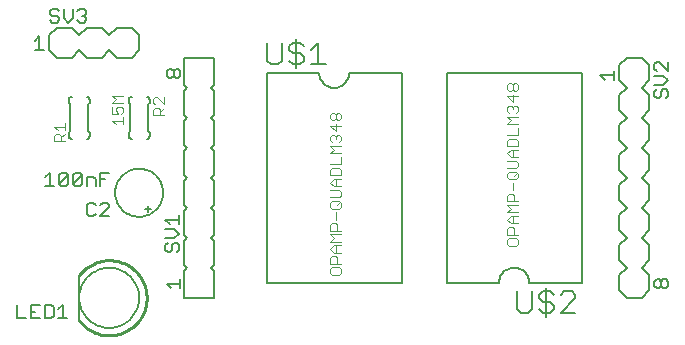
<source format=gto>
G75*
G70*
%OFA0B0*%
%FSLAX24Y24*%
%IPPOS*%
%LPD*%
%AMOC8*
5,1,8,0,0,1.08239X$1,22.5*
%
%ADD10C,0.0060*%
%ADD11C,0.0050*%
%ADD12C,0.0030*%
%ADD13C,0.0080*%
%ADD14C,0.0100*%
%ADD15C,0.0040*%
D10*
X002309Y001602D02*
X002311Y001665D01*
X002317Y001727D01*
X002327Y001789D01*
X002340Y001851D01*
X002358Y001911D01*
X002379Y001970D01*
X002404Y002028D01*
X002433Y002084D01*
X002465Y002138D01*
X002500Y002190D01*
X002538Y002239D01*
X002580Y002287D01*
X002624Y002331D01*
X002672Y002373D01*
X002721Y002411D01*
X002773Y002446D01*
X002827Y002478D01*
X002883Y002507D01*
X002941Y002532D01*
X003000Y002553D01*
X003060Y002571D01*
X003122Y002584D01*
X003184Y002594D01*
X003246Y002600D01*
X003309Y002602D01*
X003372Y002600D01*
X003434Y002594D01*
X003496Y002584D01*
X003558Y002571D01*
X003618Y002553D01*
X003677Y002532D01*
X003735Y002507D01*
X003791Y002478D01*
X003845Y002446D01*
X003897Y002411D01*
X003946Y002373D01*
X003994Y002331D01*
X004038Y002287D01*
X004080Y002239D01*
X004118Y002190D01*
X004153Y002138D01*
X004185Y002084D01*
X004214Y002028D01*
X004239Y001970D01*
X004260Y001911D01*
X004278Y001851D01*
X004291Y001789D01*
X004301Y001727D01*
X004307Y001665D01*
X004309Y001602D01*
X004307Y001539D01*
X004301Y001477D01*
X004291Y001415D01*
X004278Y001353D01*
X004260Y001293D01*
X004239Y001234D01*
X004214Y001176D01*
X004185Y001120D01*
X004153Y001066D01*
X004118Y001014D01*
X004080Y000965D01*
X004038Y000917D01*
X003994Y000873D01*
X003946Y000831D01*
X003897Y000793D01*
X003845Y000758D01*
X003791Y000726D01*
X003735Y000697D01*
X003677Y000672D01*
X003618Y000651D01*
X003558Y000633D01*
X003496Y000620D01*
X003434Y000610D01*
X003372Y000604D01*
X003309Y000602D01*
X003246Y000604D01*
X003184Y000610D01*
X003122Y000620D01*
X003060Y000633D01*
X003000Y000651D01*
X002941Y000672D01*
X002883Y000697D01*
X002827Y000726D01*
X002773Y000758D01*
X002721Y000793D01*
X002672Y000831D01*
X002624Y000873D01*
X002580Y000917D01*
X002538Y000965D01*
X002500Y001014D01*
X002465Y001066D01*
X002433Y001120D01*
X002404Y001176D01*
X002379Y001234D01*
X002358Y001293D01*
X002340Y001353D01*
X002327Y001415D01*
X002317Y001477D01*
X002311Y001539D01*
X002309Y001602D01*
X005809Y001602D02*
X005809Y002502D01*
X005909Y002602D01*
X005809Y002702D01*
X005809Y003502D01*
X005909Y003602D01*
X005809Y003702D01*
X005809Y004502D01*
X005909Y004602D01*
X005809Y004702D01*
X005809Y005502D01*
X005909Y005602D01*
X005809Y005702D01*
X005809Y006502D01*
X005909Y006602D01*
X005809Y006702D01*
X005809Y007502D01*
X005909Y007602D01*
X005809Y007702D01*
X005809Y008502D01*
X005909Y008602D01*
X005809Y008702D01*
X005809Y009602D01*
X006809Y009602D01*
X006809Y008702D01*
X006709Y008602D01*
X006809Y008502D01*
X006809Y007702D01*
X006709Y007602D01*
X006809Y007502D01*
X006809Y006702D01*
X006709Y006602D01*
X006809Y006502D01*
X006809Y005702D01*
X006709Y005602D01*
X006809Y005502D01*
X006809Y004702D01*
X006709Y004602D01*
X006809Y004502D01*
X006809Y003702D01*
X006709Y003602D01*
X006809Y003502D01*
X006809Y002702D01*
X006709Y002602D01*
X006809Y002502D01*
X006809Y001602D01*
X005809Y001602D01*
X004609Y004452D02*
X004609Y004652D01*
X004709Y004552D02*
X004509Y004552D01*
X003509Y005102D02*
X003511Y005158D01*
X003517Y005215D01*
X003527Y005270D01*
X003541Y005325D01*
X003558Y005379D01*
X003580Y005431D01*
X003605Y005481D01*
X003633Y005530D01*
X003665Y005577D01*
X003700Y005621D01*
X003738Y005663D01*
X003779Y005702D01*
X003823Y005737D01*
X003869Y005770D01*
X003917Y005799D01*
X003967Y005825D01*
X004019Y005848D01*
X004073Y005866D01*
X004127Y005881D01*
X004182Y005892D01*
X004238Y005899D01*
X004295Y005902D01*
X004351Y005901D01*
X004408Y005896D01*
X004463Y005887D01*
X004518Y005874D01*
X004572Y005857D01*
X004625Y005837D01*
X004676Y005813D01*
X004725Y005785D01*
X004772Y005754D01*
X004817Y005720D01*
X004860Y005682D01*
X004899Y005642D01*
X004936Y005599D01*
X004969Y005554D01*
X004999Y005506D01*
X005026Y005456D01*
X005049Y005405D01*
X005069Y005352D01*
X005085Y005298D01*
X005097Y005242D01*
X005105Y005187D01*
X005109Y005130D01*
X005109Y005074D01*
X005105Y005017D01*
X005097Y004962D01*
X005085Y004906D01*
X005069Y004852D01*
X005049Y004799D01*
X005026Y004748D01*
X004999Y004698D01*
X004969Y004650D01*
X004936Y004605D01*
X004899Y004562D01*
X004860Y004522D01*
X004817Y004484D01*
X004772Y004450D01*
X004725Y004419D01*
X004676Y004391D01*
X004625Y004367D01*
X004572Y004347D01*
X004518Y004330D01*
X004463Y004317D01*
X004408Y004308D01*
X004351Y004303D01*
X004295Y004302D01*
X004238Y004305D01*
X004182Y004312D01*
X004127Y004323D01*
X004073Y004338D01*
X004019Y004356D01*
X003967Y004379D01*
X003917Y004405D01*
X003869Y004434D01*
X003823Y004467D01*
X003779Y004502D01*
X003738Y004541D01*
X003700Y004583D01*
X003665Y004627D01*
X003633Y004674D01*
X003605Y004723D01*
X003580Y004773D01*
X003558Y004825D01*
X003541Y004879D01*
X003527Y004934D01*
X003517Y004989D01*
X003511Y005046D01*
X003509Y005102D01*
X003959Y007002D02*
X003959Y007102D01*
X004009Y007152D01*
X004009Y008052D01*
X003959Y008102D01*
X003959Y008202D01*
X003961Y008219D01*
X003965Y008236D01*
X003972Y008252D01*
X003982Y008266D01*
X003995Y008279D01*
X004009Y008289D01*
X004025Y008296D01*
X004042Y008300D01*
X004059Y008302D01*
X004559Y008302D02*
X004576Y008300D01*
X004593Y008296D01*
X004609Y008289D01*
X004623Y008279D01*
X004636Y008266D01*
X004646Y008252D01*
X004653Y008236D01*
X004657Y008219D01*
X004659Y008202D01*
X004659Y008102D01*
X004609Y008052D01*
X004609Y007152D01*
X004659Y007102D01*
X004659Y007002D01*
X004657Y006985D01*
X004653Y006968D01*
X004646Y006952D01*
X004636Y006938D01*
X004623Y006925D01*
X004609Y006915D01*
X004593Y006908D01*
X004576Y006904D01*
X004559Y006902D01*
X004059Y006902D02*
X004042Y006904D01*
X004025Y006908D01*
X004009Y006915D01*
X003995Y006925D01*
X003982Y006938D01*
X003972Y006952D01*
X003965Y006968D01*
X003961Y006985D01*
X003959Y007002D01*
X002659Y007002D02*
X002659Y007102D01*
X002609Y007152D01*
X002609Y008052D01*
X002659Y008102D01*
X002659Y008202D01*
X002657Y008219D01*
X002653Y008236D01*
X002646Y008252D01*
X002636Y008266D01*
X002623Y008279D01*
X002609Y008289D01*
X002593Y008296D01*
X002576Y008300D01*
X002559Y008302D01*
X002059Y008302D02*
X002042Y008300D01*
X002025Y008296D01*
X002009Y008289D01*
X001995Y008279D01*
X001982Y008266D01*
X001972Y008252D01*
X001965Y008236D01*
X001961Y008219D01*
X001959Y008202D01*
X001959Y008102D01*
X002009Y008052D01*
X002009Y007152D01*
X001959Y007102D01*
X001959Y007002D01*
X001961Y006985D01*
X001965Y006968D01*
X001972Y006952D01*
X001982Y006938D01*
X001995Y006925D01*
X002009Y006915D01*
X002025Y006908D01*
X002042Y006904D01*
X002059Y006902D01*
X002559Y006902D02*
X002576Y006904D01*
X002593Y006908D01*
X002609Y006915D01*
X002623Y006925D01*
X002636Y006938D01*
X002646Y006952D01*
X002653Y006968D01*
X002657Y006985D01*
X002659Y007002D01*
X002559Y009602D02*
X002309Y009852D01*
X002059Y009602D01*
X001559Y009602D01*
X001309Y009852D01*
X001309Y010352D01*
X001559Y010602D01*
X002059Y010602D01*
X002309Y010352D01*
X002559Y010602D01*
X003059Y010602D01*
X003309Y010352D01*
X003559Y010602D01*
X004059Y010602D01*
X004309Y010352D01*
X004309Y009852D01*
X004059Y009602D01*
X003559Y009602D01*
X003309Y009852D01*
X003059Y009602D01*
X002559Y009602D01*
X008589Y009503D02*
X008710Y009382D01*
X008952Y009382D01*
X009074Y009503D01*
X009074Y010110D01*
X009314Y009988D02*
X009435Y010110D01*
X009677Y010110D01*
X009799Y009988D01*
X010039Y009867D02*
X010281Y010110D01*
X010281Y009382D01*
X010039Y009382D02*
X010524Y009382D01*
X009799Y009503D02*
X009677Y009382D01*
X009435Y009382D01*
X009314Y009503D01*
X009435Y009746D02*
X009314Y009867D01*
X009314Y009988D01*
X009435Y009746D02*
X009677Y009746D01*
X009799Y009624D01*
X009799Y009503D01*
X009556Y009260D02*
X009556Y010231D01*
X008589Y010110D02*
X008589Y009503D01*
X020309Y009352D02*
X020309Y008852D01*
X020559Y008602D01*
X020309Y008352D01*
X020309Y007852D01*
X020559Y007602D01*
X020309Y007352D01*
X020309Y006852D01*
X020559Y006602D01*
X020309Y006352D01*
X020309Y005852D01*
X020559Y005602D01*
X020309Y005352D01*
X020309Y004852D01*
X020559Y004602D01*
X020309Y004352D01*
X020309Y003852D01*
X020559Y003602D01*
X020309Y003352D01*
X020309Y002852D01*
X020559Y002602D01*
X020309Y002352D01*
X020309Y001852D01*
X020559Y001602D01*
X021059Y001602D01*
X021309Y001852D01*
X021309Y002352D01*
X021059Y002602D01*
X021309Y002852D01*
X021309Y003352D01*
X021059Y003602D01*
X021309Y003852D01*
X021309Y004352D01*
X021059Y004602D01*
X021309Y004852D01*
X021309Y005352D01*
X021059Y005602D01*
X021309Y005852D01*
X021309Y006352D01*
X021059Y006602D01*
X021309Y006852D01*
X021309Y007352D01*
X021059Y007602D01*
X021309Y007852D01*
X021309Y008352D01*
X021059Y008602D01*
X021309Y008852D01*
X021309Y009352D01*
X021059Y009602D01*
X020559Y009602D01*
X020309Y009352D01*
X017881Y001944D02*
X017881Y000973D01*
X017760Y001094D02*
X018002Y001094D01*
X018124Y001216D01*
X018124Y001337D01*
X018002Y001458D01*
X017760Y001458D01*
X017638Y001580D01*
X017638Y001701D01*
X017760Y001822D01*
X018002Y001822D01*
X018124Y001701D01*
X018363Y001701D02*
X018485Y001822D01*
X018727Y001822D01*
X018849Y001701D01*
X018849Y001580D01*
X018363Y001094D01*
X018849Y001094D01*
X017760Y001094D02*
X017638Y001216D01*
X017399Y001216D02*
X017399Y001822D01*
X016913Y001822D02*
X016913Y001216D01*
X017035Y001094D01*
X017277Y001094D01*
X017399Y001216D01*
D11*
X000542Y000917D02*
X000242Y000917D01*
X000242Y001367D01*
X000702Y001367D02*
X000702Y000917D01*
X001003Y000917D01*
X001163Y000917D02*
X001388Y000917D01*
X001463Y000992D01*
X001463Y001292D01*
X001388Y001367D01*
X001163Y001367D01*
X001163Y000917D01*
X000852Y001142D02*
X000702Y001142D01*
X000702Y001367D02*
X001003Y001367D01*
X001623Y001217D02*
X001773Y001367D01*
X001773Y000917D01*
X001623Y000917D02*
X001923Y000917D01*
X005233Y002077D02*
X005684Y002077D01*
X005684Y001927D02*
X005684Y002227D01*
X005383Y001927D02*
X005233Y002077D01*
X005258Y003127D02*
X005333Y003127D01*
X005408Y003202D01*
X005408Y003352D01*
X005483Y003427D01*
X005558Y003427D01*
X005634Y003352D01*
X005634Y003202D01*
X005558Y003127D01*
X005258Y003127D02*
X005183Y003202D01*
X005183Y003352D01*
X005258Y003427D01*
X005183Y003587D02*
X005483Y003587D01*
X005634Y003737D01*
X005483Y003887D01*
X005183Y003887D01*
X005333Y004047D02*
X005183Y004198D01*
X005634Y004198D01*
X005634Y004348D02*
X005634Y004047D01*
X003323Y004327D02*
X003023Y004327D01*
X003323Y004627D01*
X003323Y004702D01*
X003248Y004777D01*
X003098Y004777D01*
X003023Y004702D01*
X002863Y004702D02*
X002788Y004777D01*
X002638Y004777D01*
X002563Y004702D01*
X002563Y004402D01*
X002638Y004327D01*
X002788Y004327D01*
X002863Y004402D01*
X002863Y005327D02*
X002863Y005552D01*
X002788Y005627D01*
X002563Y005627D01*
X002563Y005327D01*
X002403Y005402D02*
X002327Y005327D01*
X002177Y005327D01*
X002102Y005402D01*
X002403Y005702D01*
X002403Y005402D01*
X002102Y005402D02*
X002102Y005702D01*
X002177Y005777D01*
X002327Y005777D01*
X002403Y005702D01*
X001942Y005702D02*
X001942Y005402D01*
X001867Y005327D01*
X001717Y005327D01*
X001642Y005402D01*
X001942Y005702D01*
X001867Y005777D01*
X001717Y005777D01*
X001642Y005702D01*
X001642Y005402D01*
X001482Y005327D02*
X001182Y005327D01*
X001332Y005327D02*
X001332Y005777D01*
X001182Y005627D01*
X003023Y005552D02*
X003173Y005552D01*
X003023Y005327D02*
X003023Y005777D01*
X003323Y005777D01*
X005308Y008927D02*
X005383Y008927D01*
X005458Y009002D01*
X005458Y009152D01*
X005533Y009227D01*
X005608Y009227D01*
X005684Y009152D01*
X005684Y009002D01*
X005608Y008927D01*
X005533Y008927D01*
X005458Y009002D01*
X005308Y008927D02*
X005233Y009002D01*
X005233Y009152D01*
X005308Y009227D01*
X005383Y009227D01*
X005458Y009152D01*
X002554Y010852D02*
X002479Y010777D01*
X002329Y010777D01*
X002254Y010852D01*
X002094Y010927D02*
X002094Y011227D01*
X002254Y011152D02*
X002329Y011227D01*
X002479Y011227D01*
X002554Y011152D01*
X002554Y011077D01*
X002479Y011002D01*
X002554Y010927D01*
X002554Y010852D01*
X002479Y011002D02*
X002404Y011002D01*
X002094Y010927D02*
X001944Y010777D01*
X001794Y010927D01*
X001794Y011227D01*
X001634Y011152D02*
X001559Y011227D01*
X001409Y011227D01*
X001334Y011152D01*
X001334Y011077D01*
X001409Y011002D01*
X001559Y011002D01*
X001634Y010927D01*
X001634Y010852D01*
X001559Y010777D01*
X001409Y010777D01*
X001334Y010852D01*
X000984Y010327D02*
X000984Y009877D01*
X000834Y009877D02*
X001134Y009877D01*
X000834Y010177D02*
X000984Y010327D01*
X019683Y009016D02*
X020134Y009016D01*
X020134Y008866D02*
X020134Y009167D01*
X019833Y008866D02*
X019683Y009016D01*
X021483Y009006D02*
X021783Y009006D01*
X021934Y008856D01*
X021783Y008706D01*
X021483Y008706D01*
X021558Y008546D02*
X021483Y008471D01*
X021483Y008321D01*
X021558Y008246D01*
X021633Y008246D01*
X021708Y008321D01*
X021708Y008471D01*
X021783Y008546D01*
X021858Y008546D01*
X021934Y008471D01*
X021934Y008321D01*
X021858Y008246D01*
X021934Y009166D02*
X021633Y009467D01*
X021558Y009467D01*
X021483Y009391D01*
X021483Y009241D01*
X021558Y009166D01*
X021934Y009166D02*
X021934Y009467D01*
X021858Y002217D02*
X021783Y002217D01*
X021708Y002142D01*
X021708Y001991D01*
X021633Y001916D01*
X021558Y001916D01*
X021483Y001991D01*
X021483Y002142D01*
X021558Y002217D01*
X021633Y002217D01*
X021708Y002142D01*
X021708Y001991D02*
X021783Y001916D01*
X021858Y001916D01*
X021934Y001991D01*
X021934Y002142D01*
X021858Y002217D01*
D12*
X016944Y003404D02*
X016944Y003527D01*
X016882Y003589D01*
X016635Y003589D01*
X016573Y003527D01*
X016573Y003404D01*
X016635Y003342D01*
X016882Y003342D01*
X016944Y003404D01*
X016944Y003710D02*
X016573Y003710D01*
X016573Y003896D01*
X016635Y003957D01*
X016758Y003957D01*
X016820Y003896D01*
X016820Y003710D01*
X016758Y004079D02*
X016758Y004326D01*
X016697Y004326D02*
X016573Y004202D01*
X016697Y004079D01*
X016944Y004079D01*
X016944Y004326D02*
X016697Y004326D01*
X016573Y004447D02*
X016697Y004570D01*
X016573Y004694D01*
X016944Y004694D01*
X016944Y004815D02*
X016573Y004815D01*
X016573Y005000D01*
X016635Y005062D01*
X016758Y005062D01*
X016820Y005000D01*
X016820Y004815D01*
X016758Y005184D02*
X016758Y005430D01*
X016635Y005552D02*
X016573Y005614D01*
X016573Y005737D01*
X016635Y005799D01*
X016882Y005799D01*
X016944Y005737D01*
X016944Y005614D01*
X016882Y005552D01*
X016635Y005552D01*
X016820Y005675D02*
X016944Y005799D01*
X016882Y005920D02*
X016944Y005982D01*
X016944Y006105D01*
X016882Y006167D01*
X016573Y006167D01*
X016697Y006289D02*
X016573Y006412D01*
X016697Y006535D01*
X016944Y006535D01*
X016944Y006657D02*
X016944Y006842D01*
X016882Y006904D01*
X016635Y006904D01*
X016573Y006842D01*
X016573Y006657D01*
X016944Y006657D01*
X016758Y006535D02*
X016758Y006289D01*
X016697Y006289D02*
X016944Y006289D01*
X016882Y005920D02*
X016573Y005920D01*
X016573Y007025D02*
X016944Y007025D01*
X016944Y007272D01*
X016944Y007393D02*
X016573Y007393D01*
X016697Y007517D01*
X016573Y007640D01*
X016944Y007640D01*
X016882Y007762D02*
X016944Y007823D01*
X016944Y007947D01*
X016882Y008009D01*
X016820Y008009D01*
X016758Y007947D01*
X016758Y007885D01*
X016758Y007947D02*
X016697Y008009D01*
X016635Y008009D01*
X016573Y007947D01*
X016573Y007823D01*
X016635Y007762D01*
X016758Y008130D02*
X016758Y008377D01*
X016697Y008498D02*
X016635Y008498D01*
X016573Y008560D01*
X016573Y008684D01*
X016635Y008745D01*
X016697Y008745D01*
X016758Y008684D01*
X016758Y008560D01*
X016697Y008498D01*
X016758Y008560D02*
X016820Y008498D01*
X016882Y008498D01*
X016944Y008560D01*
X016944Y008684D01*
X016882Y008745D01*
X016820Y008745D01*
X016758Y008684D01*
X016573Y008315D02*
X016758Y008130D01*
X016573Y008315D02*
X016944Y008315D01*
X011044Y007708D02*
X011044Y007585D01*
X010982Y007523D01*
X010920Y007523D01*
X010858Y007585D01*
X010858Y007708D01*
X010920Y007770D01*
X010982Y007770D01*
X011044Y007708D01*
X010858Y007708D02*
X010797Y007770D01*
X010735Y007770D01*
X010673Y007708D01*
X010673Y007585D01*
X010735Y007523D01*
X010797Y007523D01*
X010858Y007585D01*
X010858Y007402D02*
X010858Y007155D01*
X010673Y007340D01*
X011044Y007340D01*
X010982Y007033D02*
X011044Y006972D01*
X011044Y006848D01*
X010982Y006786D01*
X011044Y006665D02*
X010673Y006665D01*
X010797Y006542D01*
X010673Y006418D01*
X011044Y006418D01*
X011044Y006297D02*
X011044Y006050D01*
X010673Y006050D01*
X010735Y005928D02*
X010673Y005867D01*
X010673Y005681D01*
X011044Y005681D01*
X011044Y005867D01*
X010982Y005928D01*
X010735Y005928D01*
X010797Y005560D02*
X011044Y005560D01*
X010858Y005560D02*
X010858Y005313D01*
X010797Y005313D02*
X010673Y005437D01*
X010797Y005560D01*
X010797Y005313D02*
X011044Y005313D01*
X010982Y005192D02*
X010673Y005192D01*
X010673Y004945D02*
X010982Y004945D01*
X011044Y005007D01*
X011044Y005130D01*
X010982Y005192D01*
X010982Y004823D02*
X010735Y004823D01*
X010673Y004762D01*
X010673Y004638D01*
X010735Y004577D01*
X010982Y004577D01*
X011044Y004638D01*
X011044Y004762D01*
X010982Y004823D01*
X011044Y004823D02*
X010920Y004700D01*
X010858Y004455D02*
X010858Y004208D01*
X010858Y004087D02*
X010920Y004025D01*
X010920Y003840D01*
X011044Y003840D02*
X010673Y003840D01*
X010673Y004025D01*
X010735Y004087D01*
X010858Y004087D01*
X010673Y003719D02*
X011044Y003719D01*
X010797Y003595D02*
X010673Y003719D01*
X010797Y003595D02*
X010673Y003472D01*
X011044Y003472D01*
X011044Y003350D02*
X010797Y003350D01*
X010673Y003227D01*
X010797Y003103D01*
X011044Y003103D01*
X010858Y003103D02*
X010858Y003350D01*
X010858Y002982D02*
X010920Y002920D01*
X010920Y002735D01*
X011044Y002735D02*
X010673Y002735D01*
X010673Y002920D01*
X010735Y002982D01*
X010858Y002982D01*
X010735Y002614D02*
X010673Y002552D01*
X010673Y002428D01*
X010735Y002367D01*
X010982Y002367D01*
X011044Y002428D01*
X011044Y002552D01*
X010982Y002614D01*
X010735Y002614D01*
X016573Y004447D02*
X016944Y004447D01*
X010982Y007033D02*
X010920Y007033D01*
X010858Y006972D01*
X010858Y006910D01*
X010858Y006972D02*
X010797Y007033D01*
X010735Y007033D01*
X010673Y006972D01*
X010673Y006848D01*
X010735Y006786D01*
D13*
X010309Y009102D02*
X010311Y009058D01*
X010317Y009015D01*
X010326Y008973D01*
X010339Y008931D01*
X010356Y008891D01*
X010376Y008852D01*
X010399Y008815D01*
X010426Y008781D01*
X010455Y008748D01*
X010488Y008719D01*
X010522Y008692D01*
X010559Y008669D01*
X010598Y008649D01*
X010638Y008632D01*
X010680Y008619D01*
X010722Y008610D01*
X010765Y008604D01*
X010809Y008602D01*
X010853Y008604D01*
X010896Y008610D01*
X010938Y008619D01*
X010980Y008632D01*
X011020Y008649D01*
X011059Y008669D01*
X011096Y008692D01*
X011130Y008719D01*
X011163Y008748D01*
X011192Y008781D01*
X011219Y008815D01*
X011242Y008852D01*
X011262Y008891D01*
X011279Y008931D01*
X011292Y008973D01*
X011301Y009015D01*
X011307Y009058D01*
X011309Y009102D01*
X013059Y009102D01*
X013059Y002102D01*
X008559Y002102D01*
X008559Y009102D01*
X010309Y009102D01*
X014559Y009102D02*
X014559Y002102D01*
X016309Y002102D01*
X016311Y002146D01*
X016317Y002189D01*
X016326Y002231D01*
X016339Y002273D01*
X016356Y002313D01*
X016376Y002352D01*
X016399Y002389D01*
X016426Y002423D01*
X016455Y002456D01*
X016488Y002485D01*
X016522Y002512D01*
X016559Y002535D01*
X016598Y002555D01*
X016638Y002572D01*
X016680Y002585D01*
X016722Y002594D01*
X016765Y002600D01*
X016809Y002602D01*
X016853Y002600D01*
X016896Y002594D01*
X016938Y002585D01*
X016980Y002572D01*
X017020Y002555D01*
X017059Y002535D01*
X017096Y002512D01*
X017130Y002485D01*
X017163Y002456D01*
X017192Y002423D01*
X017219Y002389D01*
X017242Y002352D01*
X017262Y002313D01*
X017279Y002273D01*
X017292Y002231D01*
X017301Y002189D01*
X017307Y002146D01*
X017309Y002102D01*
X019059Y002102D01*
X019059Y009102D01*
X014559Y009102D01*
X002309Y002352D02*
X002309Y000852D01*
D14*
X002352Y000798D01*
X002398Y000746D01*
X002447Y000697D01*
X002499Y000650D01*
X002553Y000607D01*
X002609Y000566D01*
X002668Y000529D01*
X002728Y000495D01*
X002791Y000465D01*
X002854Y000438D01*
X002920Y000414D01*
X002986Y000394D01*
X003054Y000378D01*
X003122Y000366D01*
X003191Y000358D01*
X003260Y000353D01*
X003330Y000352D01*
X003399Y000355D01*
X003468Y000362D01*
X003536Y000373D01*
X003604Y000387D01*
X003671Y000406D01*
X003737Y000428D01*
X003802Y000453D01*
X003865Y000482D01*
X003926Y000515D01*
X003985Y000551D01*
X004042Y000590D01*
X004098Y000632D01*
X004150Y000677D01*
X004200Y000725D01*
X004247Y000776D01*
X004292Y000830D01*
X004333Y000885D01*
X004371Y000943D01*
X004406Y001003D01*
X004438Y001065D01*
X004466Y001128D01*
X004490Y001193D01*
X004511Y001259D01*
X004528Y001327D01*
X004542Y001395D01*
X004551Y001464D01*
X004557Y001533D01*
X004559Y001602D01*
X004557Y001671D01*
X004551Y001740D01*
X004542Y001809D01*
X004528Y001877D01*
X004511Y001945D01*
X004490Y002011D01*
X004466Y002076D01*
X004438Y002139D01*
X004406Y002201D01*
X004371Y002261D01*
X004333Y002319D01*
X004292Y002374D01*
X004247Y002428D01*
X004200Y002479D01*
X004150Y002527D01*
X004098Y002572D01*
X004042Y002614D01*
X003985Y002653D01*
X003926Y002689D01*
X003865Y002722D01*
X003802Y002751D01*
X003737Y002776D01*
X003671Y002798D01*
X003604Y002817D01*
X003536Y002831D01*
X003468Y002842D01*
X003399Y002849D01*
X003330Y002852D01*
X003260Y002851D01*
X003191Y002846D01*
X003122Y002838D01*
X003054Y002826D01*
X002986Y002810D01*
X002920Y002790D01*
X002854Y002766D01*
X002791Y002739D01*
X002728Y002709D01*
X002668Y002675D01*
X002609Y002638D01*
X002553Y002597D01*
X002499Y002554D01*
X002447Y002507D01*
X002398Y002458D01*
X002352Y002406D01*
X002309Y002352D01*
D15*
X001829Y006832D02*
X001478Y006832D01*
X001478Y007007D01*
X001537Y007065D01*
X001653Y007065D01*
X001712Y007007D01*
X001712Y006832D01*
X001712Y006948D02*
X001829Y007065D01*
X001829Y007191D02*
X001829Y007424D01*
X001829Y007308D02*
X001478Y007308D01*
X001595Y007191D01*
X003418Y007501D02*
X003535Y007384D01*
X003418Y007501D02*
X003769Y007501D01*
X003769Y007384D02*
X003769Y007618D01*
X003710Y007744D02*
X003769Y007802D01*
X003769Y007919D01*
X003710Y007977D01*
X003593Y007977D01*
X003535Y007919D01*
X003535Y007860D01*
X003593Y007744D01*
X003418Y007744D01*
X003418Y007977D01*
X003418Y008103D02*
X003535Y008219D01*
X003418Y008336D01*
X003769Y008336D01*
X003769Y008103D02*
X003418Y008103D01*
X004788Y008111D02*
X004847Y008053D01*
X004788Y008111D02*
X004788Y008228D01*
X004847Y008286D01*
X004905Y008286D01*
X005139Y008053D01*
X005139Y008286D01*
X005139Y007927D02*
X005022Y007810D01*
X005022Y007869D02*
X005022Y007694D01*
X005139Y007694D02*
X004788Y007694D01*
X004788Y007869D01*
X004847Y007927D01*
X004963Y007927D01*
X005022Y007869D01*
M02*

</source>
